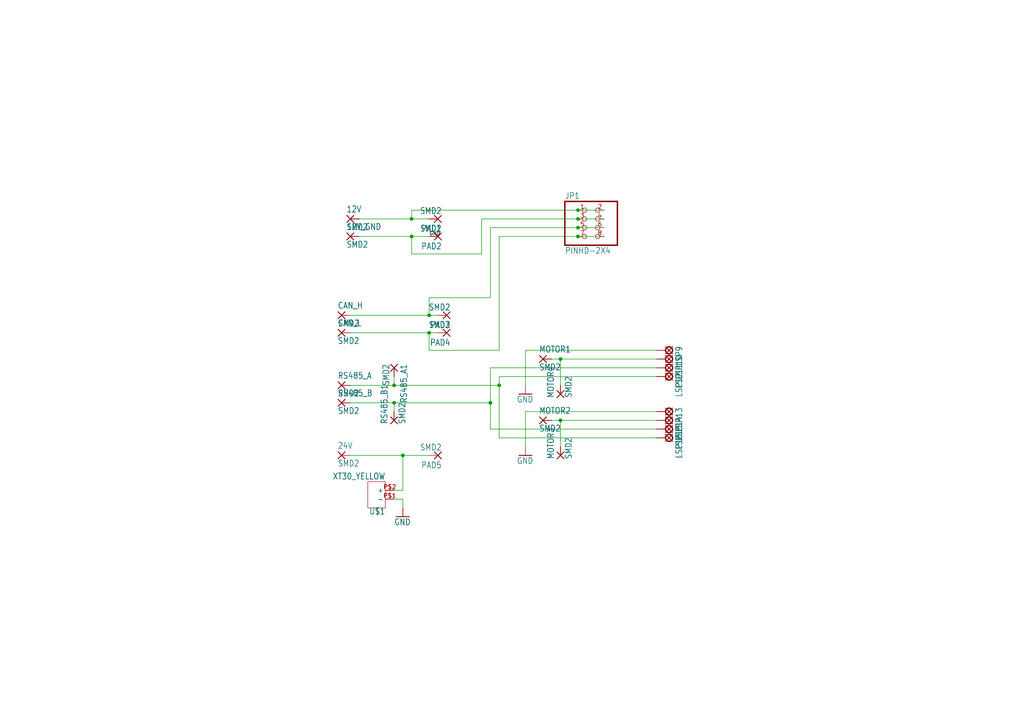
<source format=kicad_sch>
(kicad_sch (version 20210621) (generator eeschema)
  (paper "A4")
  (lib_symbols
    (symbol "Gripper Connection Board-eagle-import:GND" (power)
      (property "Value" "GND" (at -2.54 -2.54 0))
      (symbol "GND_1_0"
        (polyline (pts (xy -1.905 0) (xy 1.905 0)) (stroke (width 0.254)))
        (pin power_in line (at 0 2.54 270) (length 2.54) (name "GND") (number "1"))
      )
    )
    (symbol "Gripper Connection Board-eagle-import:PINHD-2X4"
      (property "Reference" "JP" (at -6.35 8.255 0))
      (property "Value" "PINHD-2X4" (at -6.35 -7.62 0))
      (symbol "PINHD-2X4_1_0"
        (polyline (pts (xy -6.35 -5.08) (xy 8.89 -5.08)) (stroke (width 0.4064)))
        (polyline (pts (xy -6.35 7.62) (xy -6.35 -5.08)) (stroke (width 0.4064)))
        (polyline (pts (xy 8.89 -5.08) (xy 8.89 7.62)) (stroke (width 0.4064)))
        (polyline (pts (xy 8.89 7.62) (xy -6.35 7.62)) (stroke (width 0.4064)))
        (pin passive inverted (at -2.54 5.08 0) (length 2.54) (name "1") (number "1"))
        (pin passive inverted (at 5.08 5.08 180) (length 2.54) (name "2") (number "2"))
        (pin passive inverted (at -2.54 2.54 0) (length 2.54) (name "3") (number "3"))
        (pin passive inverted (at 5.08 2.54 180) (length 2.54) (name "4") (number "4"))
        (pin passive inverted (at -2.54 0 0) (length 2.54) (name "5") (number "5"))
        (pin passive inverted (at 5.08 0 180) (length 2.54) (name "6") (number "6"))
        (pin passive inverted (at -2.54 -2.54 0) (length 2.54) (name "7") (number "7"))
        (pin passive inverted (at 5.08 -2.54 180) (length 2.54) (name "8") (number "8"))
      )
    )
    (symbol "Gripper Connection Board-eagle-import:SE11"
      (property "Reference" "LSP" (at -1.27 2.921 0))
      (symbol "SE11_1_0"
        (polyline (pts (xy -1.016 0) (xy 1.016 2.032)) (stroke (width 0.254)))
        (polyline (pts (xy -1.016 2.032) (xy 1.016 0)) (stroke (width 0.254)))
        (circle (center 0 1.016) (radius 1.016) (stroke (width 0.4064)) (stroke (width 0.4064)))
        (pin passive line (at 0 -2.54 90) (length 2.54) (name "MP") (number "MP"))
      )
    )
    (symbol "Gripper Connection Board-eagle-import:SMD2"
      (property "Reference" "PAD" (at -1.143 1.8542 0))
      (property "Value" "SMD2" (at -1.143 -3.302 0))
      (symbol "SMD2_1_0"
        (polyline (pts (xy -1.016 -1.016) (xy 1.016 1.016)) (stroke (width 0.254)))
        (polyline (pts (xy -1.016 1.016) (xy 1.016 -1.016)) (stroke (width 0.254)))
        (pin passive line (at 2.54 0 180) (length 2.54) (name "P") (number "1"))
      )
    )
    (symbol "Gripper Connection Board-eagle-import:XT30_YELLOW"
      (property "Value" "XT30_YELLOW" (at -2.5747 -7.6026 0))
      (symbol "XT30_YELLOW_1_0"
        (polyline (pts (xy -2.54 -5.08) (xy -2.54 2.54)) (stroke (width 0.127)))
        (polyline (pts (xy -2.54 2.54) (xy 2.54 2.54)) (stroke (width 0.127)))
        (polyline (pts (xy 2.54 -5.08) (xy -2.54 -5.08)) (stroke (width 0.127)))
        (polyline (pts (xy 2.54 2.54) (xy 2.54 -5.08)) (stroke (width 0.127)))
        (pin passive line (at -5.08 0 0) (length 2.54) (name "-") (number "P$1"))
        (pin passive line (at -5.08 -2.54 0) (length 2.54) (name "+") (number "P$2"))
      )
    )
  )
  (junction (at 114.3 111.76))
  (junction (at 114.3 116.84))
  (junction (at 116.84 132.08))
  (junction (at 119.38 63.5))
  (junction (at 119.38 68.58))
  (junction (at 124.46 91.44))
  (junction (at 124.46 96.52))
  (junction (at 142.24 116.84))
  (junction (at 144.78 111.76))
  (junction (at 162.56 104.14))
  (junction (at 162.56 121.92))
  (junction (at 167.64 60.96))
  (junction (at 167.64 63.5))
  (junction (at 167.64 66.04))
  (junction (at 167.64 68.58))
  (wire (pts (xy 101.6 91.44) (xy 124.46 91.44)))
  (wire (pts (xy 101.6 96.52) (xy 124.46 96.52)))
  (wire (pts (xy 101.6 111.76) (xy 114.3 111.76)))
  (wire (pts (xy 101.6 116.84) (xy 114.3 116.84)))
  (wire (pts (xy 101.6 132.08) (xy 116.84 132.08)))
  (wire (pts (xy 104.14 63.5) (xy 119.38 63.5)))
  (wire (pts (xy 114.3 109.22) (xy 114.3 111.76)))
  (wire (pts (xy 114.3 111.76) (xy 144.78 111.76)))
  (wire (pts (xy 114.3 116.84) (xy 142.24 116.84)))
  (wire (pts (xy 114.3 119.38) (xy 114.3 116.84)))
  (wire (pts (xy 116.84 132.08) (xy 116.84 142.24)))
  (wire (pts (xy 116.84 132.08) (xy 124.46 132.08)))
  (wire (pts (xy 116.84 142.24) (xy 114.3 142.24)))
  (wire (pts (xy 116.84 144.78) (xy 114.3 144.78)))
  (wire (pts (xy 116.84 147.32) (xy 116.84 144.78)))
  (wire (pts (xy 119.38 60.96) (xy 167.64 60.96)))
  (wire (pts (xy 119.38 63.5) (xy 119.38 60.96)))
  (wire (pts (xy 119.38 63.5) (xy 124.46 63.5)))
  (wire (pts (xy 119.38 68.58) (xy 104.14 68.58)))
  (wire (pts (xy 119.38 68.58) (xy 119.38 73.66)))
  (wire (pts (xy 119.38 73.66) (xy 139.7 73.66)))
  (wire (pts (xy 124.46 68.58) (xy 119.38 68.58)))
  (wire (pts (xy 124.46 86.36) (xy 142.24 86.36)))
  (wire (pts (xy 124.46 91.44) (xy 124.46 86.36)))
  (wire (pts (xy 124.46 91.44) (xy 127 91.44)))
  (wire (pts (xy 124.46 96.52) (xy 124.46 101.6)))
  (wire (pts (xy 124.46 96.52) (xy 127 96.52)))
  (wire (pts (xy 124.46 101.6) (xy 144.78 101.6)))
  (wire (pts (xy 139.7 63.5) (xy 167.64 63.5)))
  (wire (pts (xy 139.7 73.66) (xy 139.7 63.5)))
  (wire (pts (xy 142.24 66.04) (xy 167.64 66.04)))
  (wire (pts (xy 142.24 86.36) (xy 142.24 66.04)))
  (wire (pts (xy 142.24 106.68) (xy 190.5 106.68)))
  (wire (pts (xy 142.24 116.84) (xy 142.24 106.68)))
  (wire (pts (xy 142.24 116.84) (xy 142.24 124.46)))
  (wire (pts (xy 142.24 124.46) (xy 190.5 124.46)))
  (wire (pts (xy 144.78 68.58) (xy 167.64 68.58)))
  (wire (pts (xy 144.78 101.6) (xy 144.78 68.58)))
  (wire (pts (xy 144.78 109.22) (xy 190.5 109.22)))
  (wire (pts (xy 144.78 111.76) (xy 144.78 109.22)))
  (wire (pts (xy 144.78 111.76) (xy 144.78 127)))
  (wire (pts (xy 144.78 127) (xy 190.5 127)))
  (wire (pts (xy 152.4 101.6) (xy 190.5 101.6)))
  (wire (pts (xy 152.4 111.76) (xy 152.4 101.6)))
  (wire (pts (xy 152.4 119.38) (xy 152.4 129.54)))
  (wire (pts (xy 152.4 119.38) (xy 190.5 119.38)))
  (wire (pts (xy 160.02 104.14) (xy 162.56 104.14)))
  (wire (pts (xy 160.02 121.92) (xy 162.56 121.92)))
  (wire (pts (xy 162.56 104.14) (xy 190.5 104.14)))
  (wire (pts (xy 162.56 111.76) (xy 162.56 104.14)))
  (wire (pts (xy 162.56 121.92) (xy 190.5 121.92)))
  (wire (pts (xy 162.56 129.54) (xy 162.56 121.92)))
  (wire (pts (xy 167.64 60.96) (xy 175.26 60.96)))
  (wire (pts (xy 167.64 63.5) (xy 175.26 63.5)))
  (wire (pts (xy 167.64 66.04) (xy 175.26 66.04)))
  (wire (pts (xy 167.64 68.58) (xy 175.26 68.58)))
  (label "GND" (at 124.46 68.58 0) (effects (font (size 1.016 1.016))))
  (symbol (lib_id "Gripper Connection Board-eagle-import:SMD2") (at 99.06 91.44 0)
    (property "Reference" "CAN_H" (at 97.917 89.5858 0) (effects (font (size 1.778 1.5113)) (justify left bottom)))
    (property "Value" "SMD2" (at 97.917 94.742 0) (effects (font (size 1.778 1.5113)) (justify left bottom)))
    (property "Footprint" "SMD1,27-2,54" (effects hide))
  )
  (symbol (lib_id "Gripper Connection Board-eagle-import:SMD2") (at 99.06 96.52 0)
    (property "Reference" "CAN_L" (at 97.917 94.6658 0) (effects (font (size 1.778 1.5113)) (justify left bottom)))
    (property "Value" "SMD2" (at 97.917 99.822 0) (effects (font (size 1.778 1.5113)) (justify left bottom)))
    (property "Footprint" "SMD1,27-2,54" (effects hide))
  )
  (symbol (lib_id "Gripper Connection Board-eagle-import:SMD2") (at 99.06 111.76 0)
    (property "Reference" "RS485_A" (at 97.917 109.9058 0) (effects (font (size 1.778 1.5113)) (justify left bottom)))
    (property "Value" "SMD2" (at 97.917 115.062 0) (effects (font (size 1.778 1.5113)) (justify left bottom)))
    (property "Footprint" "SMD1,27-2,54" (effects hide))
  )
  (symbol (lib_id "Gripper Connection Board-eagle-import:SMD2") (at 99.06 116.84 0)
    (property "Reference" "RS485_B" (at 97.917 114.9858 0) (effects (font (size 1.778 1.5113)) (justify left bottom)))
    (property "Value" "SMD2" (at 97.917 120.142 0) (effects (font (size 1.778 1.5113)) (justify left bottom)))
    (property "Footprint" "SMD1,27-2,54" (effects hide))
  )
  (symbol (lib_id "Gripper Connection Board-eagle-import:SMD2") (at 99.06 132.08 0)
    (property "Reference" "24V" (at 97.917 130.2258 0) (effects (font (size 1.778 1.5113)) (justify left bottom)))
    (property "Value" "SMD2" (at 97.917 135.382 0) (effects (font (size 1.778 1.5113)) (justify left bottom)))
    (property "Footprint" "SMD1,27-2,54" (effects hide))
  )
  (symbol (lib_id "Gripper Connection Board-eagle-import:SMD2") (at 101.6 63.5 0)
    (property "Reference" "12V" (at 100.457 61.6458 0) (effects (font (size 1.778 1.5113)) (justify left bottom)))
    (property "Value" "SMD2" (at 100.457 66.802 0) (effects (font (size 1.778 1.5113)) (justify left bottom)))
    (property "Footprint" "SMD1,27-2,54" (effects hide))
  )
  (symbol (lib_id "Gripper Connection Board-eagle-import:SMD2") (at 101.6 68.58 0)
    (property "Reference" "12V_GND" (at 100.457 66.7258 0) (effects (font (size 1.778 1.5113)) (justify left bottom)))
    (property "Value" "SMD2" (at 100.457 71.882 0) (effects (font (size 1.778 1.5113)) (justify left bottom)))
    (property "Footprint" "SMD1,27-2,54" (effects hide))
  )
  (symbol (lib_id "Gripper Connection Board-eagle-import:SMD2") (at 114.3 106.68 270)
    (property "Reference" "RS485_A1" (at 116.1542 105.537 0) (effects (font (size 1.778 1.5113)) (justify left bottom)))
    (property "Value" "SMD2" (at 110.998 105.537 0) (effects (font (size 1.778 1.5113)) (justify left bottom)))
    (property "Footprint" "SMD1,27-2,54" (effects hide))
  )
  (symbol (lib_id "Gripper Connection Board-eagle-import:SMD2") (at 114.3 121.92 90)
    (property "Reference" "RS485_B1" (at 112.4458 123.063 0) (effects (font (size 1.778 1.5113)) (justify left bottom)))
    (property "Value" "SMD2" (at 117.602 123.063 0) (effects (font (size 1.778 1.5113)) (justify left bottom)))
    (property "Footprint" "SMD1,27-2,54" (effects hide))
  )
  (symbol (lib_id "Gripper Connection Board-eagle-import:SMD2") (at 127 63.5 180)
    (property "Reference" "PAD1" (at 128.143 65.3542 0) (effects (font (size 1.778 1.5113)) (justify left bottom)))
    (property "Value" "SMD2" (at 128.143 60.198 0) (effects (font (size 1.778 1.5113)) (justify left bottom)))
    (property "Footprint" "SMD1,27-2,54" (effects hide))
  )
  (symbol (lib_id "Gripper Connection Board-eagle-import:SMD2") (at 127 68.58 180)
    (property "Reference" "PAD2" (at 128.143 70.4342 0) (effects (font (size 1.778 1.5113)) (justify left bottom)))
    (property "Value" "SMD2" (at 128.143 65.278 0) (effects (font (size 1.778 1.5113)) (justify left bottom)))
    (property "Footprint" "SMD1,27-2,54" (effects hide))
  )
  (symbol (lib_id "Gripper Connection Board-eagle-import:SMD2") (at 127 132.08 180)
    (property "Reference" "PAD5" (at 128.143 133.9342 0) (effects (font (size 1.778 1.5113)) (justify left bottom)))
    (property "Value" "SMD2" (at 128.143 128.778 0) (effects (font (size 1.778 1.5113)) (justify left bottom)))
    (property "Footprint" "SMD1,27-2,54" (effects hide))
  )
  (symbol (lib_id "Gripper Connection Board-eagle-import:SMD2") (at 129.54 91.44 180)
    (property "Reference" "PAD3" (at 130.683 93.2942 0) (effects (font (size 1.778 1.5113)) (justify left bottom)))
    (property "Value" "SMD2" (at 130.683 88.138 0) (effects (font (size 1.778 1.5113)) (justify left bottom)))
    (property "Footprint" "SMD1,27-2,54" (effects hide))
  )
  (symbol (lib_id "Gripper Connection Board-eagle-import:SMD2") (at 129.54 96.52 180)
    (property "Reference" "PAD4" (at 130.683 98.3742 0) (effects (font (size 1.778 1.5113)) (justify left bottom)))
    (property "Value" "SMD2" (at 130.683 93.218 0) (effects (font (size 1.778 1.5113)) (justify left bottom)))
    (property "Footprint" "SMD1,27-2,54" (effects hide))
  )
  (symbol (lib_id "Gripper Connection Board-eagle-import:SMD2") (at 157.48 104.14 0)
    (property "Reference" "MOTOR1" (at 156.337 102.2858 0) (effects (font (size 1.778 1.5113)) (justify left bottom)))
    (property "Value" "SMD2" (at 156.337 107.442 0) (effects (font (size 1.778 1.5113)) (justify left bottom)))
    (property "Footprint" "SMD1,27-2,54" (effects hide))
  )
  (symbol (lib_id "Gripper Connection Board-eagle-import:SMD2") (at 157.48 121.92 0)
    (property "Reference" "MOTOR2" (at 156.337 120.0658 0) (effects (font (size 1.778 1.5113)) (justify left bottom)))
    (property "Value" "SMD2" (at 156.337 125.222 0) (effects (font (size 1.778 1.5113)) (justify left bottom)))
    (property "Footprint" "SMD1,27-2,54" (effects hide))
  )
  (symbol (lib_id "Gripper Connection Board-eagle-import:SMD2") (at 162.56 114.3 90)
    (property "Reference" "MOTOR4" (at 160.7058 115.443 0) (effects (font (size 1.778 1.5113)) (justify left bottom)))
    (property "Value" "SMD2" (at 165.862 115.443 0) (effects (font (size 1.778 1.5113)) (justify left bottom)))
    (property "Footprint" "SMD1,27-2,54" (effects hide))
  )
  (symbol (lib_id "Gripper Connection Board-eagle-import:SMD2") (at 162.56 132.08 90)
    (property "Reference" "MOTOR3" (at 160.7058 133.223 0) (effects (font (size 1.778 1.5113)) (justify left bottom)))
    (property "Value" "SMD2" (at 165.862 133.223 0) (effects (font (size 1.778 1.5113)) (justify left bottom)))
    (property "Footprint" "SMD1,27-2,54" (effects hide))
  )
  (symbol (lib_id "Gripper Connection Board-eagle-import:GND") (at 116.84 149.86 0)
    (property "Reference" "#GND3" (effects hide))
    (property "Value" "GND" (at 114.3 152.4 0) (effects (font (size 1.778 1.5113)) (justify left bottom)))
  )
  (symbol (lib_id "Gripper Connection Board-eagle-import:GND") (at 152.4 114.3 0)
    (property "Reference" "#GND2" (effects hide))
    (property "Value" "GND" (at 149.86 116.84 0) (effects (font (size 1.778 1.5113)) (justify left bottom)))
  )
  (symbol (lib_id "Gripper Connection Board-eagle-import:GND") (at 152.4 132.08 0)
    (property "Reference" "#GND1" (effects hide))
    (property "Value" "GND" (at 149.86 134.62 0) (effects (font (size 1.778 1.5113)) (justify left bottom)))
  )
  (symbol (lib_id "Gripper Connection Board-eagle-import:SE11") (at 193.04 101.6 270)
    (property "Reference" "LSP9" (at 195.961 100.33 0) (effects (font (size 1.778 1.5113)) (justify left bottom)))
    (property "Value" "SE11" (effects hide))
    (property "Footprint" "SE11" (effects hide))
  )
  (symbol (lib_id "Gripper Connection Board-eagle-import:SE11") (at 193.04 104.14 270)
    (property "Reference" "LSP10" (at 195.961 102.87 0) (effects (font (size 1.778 1.5113)) (justify left bottom)))
    (property "Value" "SE11" (effects hide))
    (property "Footprint" "SE11" (effects hide))
  )
  (symbol (lib_id "Gripper Connection Board-eagle-import:SE11") (at 193.04 106.68 270)
    (property "Reference" "LSP11" (at 195.961 105.41 0) (effects (font (size 1.778 1.5113)) (justify left bottom)))
    (property "Value" "SE11" (effects hide))
    (property "Footprint" "SE11" (effects hide))
  )
  (symbol (lib_id "Gripper Connection Board-eagle-import:SE11") (at 193.04 109.22 270)
    (property "Reference" "LSP12" (at 195.961 107.95 0) (effects (font (size 1.778 1.5113)) (justify left bottom)))
    (property "Value" "SE11" (effects hide))
    (property "Footprint" "SE11" (effects hide))
  )
  (symbol (lib_id "Gripper Connection Board-eagle-import:SE11") (at 193.04 119.38 270)
    (property "Reference" "LSP13" (at 195.961 118.11 0) (effects (font (size 1.778 1.5113)) (justify left bottom)))
    (property "Value" "SE11" (effects hide))
    (property "Footprint" "SE11" (effects hide))
  )
  (symbol (lib_id "Gripper Connection Board-eagle-import:SE11") (at 193.04 121.92 270)
    (property "Reference" "LSP14" (at 195.961 120.65 0) (effects (font (size 1.778 1.5113)) (justify left bottom)))
    (property "Value" "SE11" (effects hide))
    (property "Footprint" "SE11" (effects hide))
  )
  (symbol (lib_id "Gripper Connection Board-eagle-import:SE11") (at 193.04 124.46 270)
    (property "Reference" "LSP15" (at 195.961 123.19 0) (effects (font (size 1.778 1.5113)) (justify left bottom)))
    (property "Value" "SE11" (effects hide))
    (property "Footprint" "SE11" (effects hide))
  )
  (symbol (lib_id "Gripper Connection Board-eagle-import:SE11") (at 193.04 127 270)
    (property "Reference" "LSP16" (at 195.961 125.73 0) (effects (font (size 1.778 1.5113)) (justify left bottom)))
    (property "Value" "SE11" (effects hide))
    (property "Footprint" "SE11" (effects hide))
  )
  (symbol (lib_id "Gripper Connection Board-eagle-import:XT30_YELLOW") (at 109.22 144.78 180)
    (property "Reference" "U$1" (at 111.7838 147.3379 0) (effects (font (size 1.7821 1.5147)) (justify left bottom)))
    (property "Value" "XT30_YELLOW" (at 111.7947 137.1774 0) (effects (font (size 1.784 1.5164)) (justify left bottom)))
    (property "Footprint" "XT30" (effects hide))
  )
  (symbol (lib_id "Gripper Connection Board-eagle-import:PINHD-2X4") (at 170.18 66.04 0)
    (property "Reference" "JP1" (at 163.83 57.785 0) (effects (font (size 1.778 1.5113)) (justify left bottom)))
    (property "Value" "PINHD-2X4" (at 163.83 73.66 0) (effects (font (size 1.778 1.5113)) (justify left bottom)))
    (property "Footprint" "2X04" (effects hide))
  )
)
</source>
